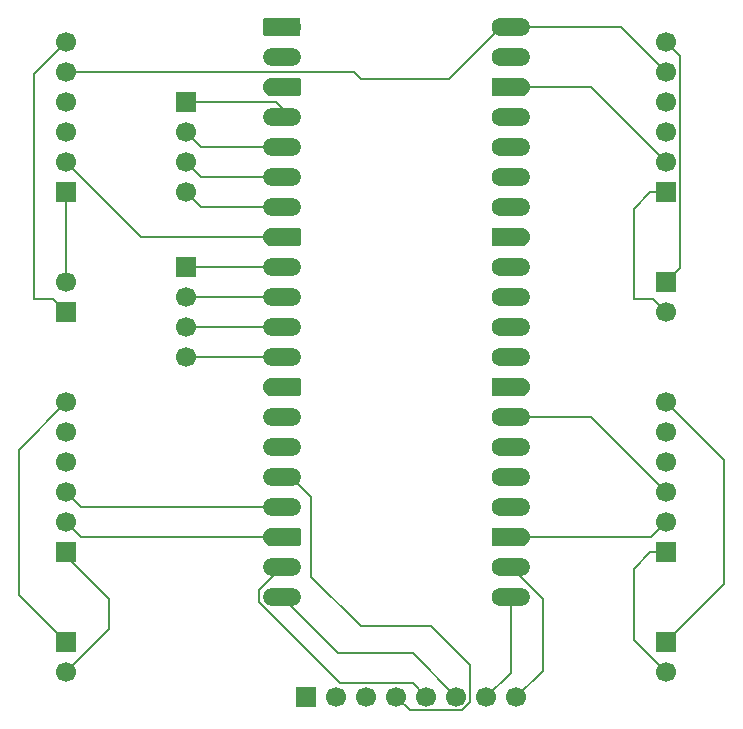
<source format=gbr>
%TF.GenerationSoftware,KiCad,Pcbnew,9.0.2*%
%TF.CreationDate,2025-07-04T23:02:28+10:00*%
%TF.ProjectId,motor-controller-pcb,6d6f746f-722d-4636-9f6e-74726f6c6c65,rev?*%
%TF.SameCoordinates,Original*%
%TF.FileFunction,Copper,L1,Top*%
%TF.FilePolarity,Positive*%
%FSLAX46Y46*%
G04 Gerber Fmt 4.6, Leading zero omitted, Abs format (unit mm)*
G04 Created by KiCad (PCBNEW 9.0.2) date 2025-07-04 23:02:28*
%MOMM*%
%LPD*%
G01*
G04 APERTURE LIST*
G04 Aperture macros list*
%AMRoundRect*
0 Rectangle with rounded corners*
0 $1 Rounding radius*
0 $2 $3 $4 $5 $6 $7 $8 $9 X,Y pos of 4 corners*
0 Add a 4 corners polygon primitive as box body*
4,1,4,$2,$3,$4,$5,$6,$7,$8,$9,$2,$3,0*
0 Add four circle primitives for the rounded corners*
1,1,$1+$1,$2,$3*
1,1,$1+$1,$4,$5*
1,1,$1+$1,$6,$7*
1,1,$1+$1,$8,$9*
0 Add four rect primitives between the rounded corners*
20,1,$1+$1,$2,$3,$4,$5,0*
20,1,$1+$1,$4,$5,$6,$7,0*
20,1,$1+$1,$6,$7,$8,$9,0*
20,1,$1+$1,$8,$9,$2,$3,0*%
%AMFreePoly0*
4,1,37,0.800000,0.796148,0.878414,0.796148,1.032228,0.765552,1.177117,0.705537,1.307515,0.618408,1.418408,0.507515,1.505537,0.377117,1.565552,0.232228,1.596148,0.078414,1.596148,-0.078414,1.565552,-0.232228,1.505537,-0.377117,1.418408,-0.507515,1.307515,-0.618408,1.177117,-0.705537,1.032228,-0.765552,0.878414,-0.796148,0.800000,-0.796148,0.800000,-0.800000,-1.400000,-0.800000,
-1.403843,-0.796157,-1.439018,-0.796157,-1.511114,-0.766294,-1.566294,-0.711114,-1.596157,-0.639018,-1.596157,-0.603843,-1.600000,-0.600000,-1.600000,0.600000,-1.596157,0.603843,-1.596157,0.639018,-1.566294,0.711114,-1.511114,0.766294,-1.439018,0.796157,-1.403843,0.796157,-1.400000,0.800000,0.800000,0.800000,0.800000,0.796148,0.800000,0.796148,$1*%
%AMFreePoly1*
4,1,37,1.403843,0.796157,1.439018,0.796157,1.511114,0.766294,1.566294,0.711114,1.596157,0.639018,1.596157,0.603843,1.600000,0.600000,1.600000,-0.600000,1.596157,-0.603843,1.596157,-0.639018,1.566294,-0.711114,1.511114,-0.766294,1.439018,-0.796157,1.403843,-0.796157,1.400000,-0.800000,-0.800000,-0.800000,-0.800000,-0.796148,-0.878414,-0.796148,-1.032228,-0.765552,-1.177117,-0.705537,
-1.307515,-0.618408,-1.418408,-0.507515,-1.505537,-0.377117,-1.565552,-0.232228,-1.596148,-0.078414,-1.596148,0.078414,-1.565552,0.232228,-1.505537,0.377117,-1.418408,0.507515,-1.307515,0.618408,-1.177117,0.705537,-1.032228,0.765552,-0.878414,0.796148,-0.800000,0.796148,-0.800000,0.800000,1.400000,0.800000,1.403843,0.796157,1.403843,0.796157,$1*%
%AMFreePoly2*
4,1,37,0.603843,0.796157,0.639018,0.796157,0.711114,0.766294,0.766294,0.711114,0.796157,0.639018,0.796157,0.603843,0.800000,0.600000,0.800000,-0.600000,0.796157,-0.603843,0.796157,-0.639018,0.766294,-0.711114,0.711114,-0.766294,0.639018,-0.796157,0.603843,-0.796157,0.600000,-0.800000,0.000000,-0.800000,0.000000,-0.796148,-0.078414,-0.796148,-0.232228,-0.765552,-0.377117,-0.705537,
-0.507515,-0.618408,-0.618408,-0.507515,-0.705537,-0.377117,-0.765552,-0.232228,-0.796148,-0.078414,-0.796148,0.078414,-0.765552,0.232228,-0.705537,0.377117,-0.618408,0.507515,-0.507515,0.618408,-0.377117,0.705537,-0.232228,0.765552,-0.078414,0.796148,0.000000,0.796148,0.000000,0.800000,0.600000,0.800000,0.603843,0.796157,0.603843,0.796157,$1*%
%AMFreePoly3*
4,1,37,0.000000,0.796148,0.078414,0.796148,0.232228,0.765552,0.377117,0.705537,0.507515,0.618408,0.618408,0.507515,0.705537,0.377117,0.765552,0.232228,0.796148,0.078414,0.796148,-0.078414,0.765552,-0.232228,0.705537,-0.377117,0.618408,-0.507515,0.507515,-0.618408,0.377117,-0.705537,0.232228,-0.765552,0.078414,-0.796148,0.000000,-0.796148,0.000000,-0.800000,-0.600000,-0.800000,
-0.603843,-0.796157,-0.639018,-0.796157,-0.711114,-0.766294,-0.766294,-0.711114,-0.796157,-0.639018,-0.796157,-0.603843,-0.800000,-0.600000,-0.800000,0.600000,-0.796157,0.603843,-0.796157,0.639018,-0.766294,0.711114,-0.711114,0.766294,-0.639018,0.796157,-0.603843,0.796157,-0.600000,0.800000,0.000000,0.800000,0.000000,0.796148,0.000000,0.796148,$1*%
G04 Aperture macros list end*
%TA.AperFunction,ComponentPad*%
%ADD10R,1.700000X1.700000*%
%TD*%
%TA.AperFunction,ComponentPad*%
%ADD11C,1.700000*%
%TD*%
%TA.AperFunction,SMDPad,CuDef*%
%ADD12FreePoly0,0.000000*%
%TD*%
%TA.AperFunction,ComponentPad*%
%ADD13RoundRect,0.200000X-0.600000X-0.600000X0.600000X-0.600000X0.600000X0.600000X-0.600000X0.600000X0*%
%TD*%
%TA.AperFunction,SMDPad,CuDef*%
%ADD14RoundRect,0.800000X-0.800000X-0.000010X0.800000X-0.000010X0.800000X0.000010X-0.800000X0.000010X0*%
%TD*%
%TA.AperFunction,ComponentPad*%
%ADD15C,1.600000*%
%TD*%
%TA.AperFunction,SMDPad,CuDef*%
%ADD16FreePoly1,0.000000*%
%TD*%
%TA.AperFunction,ComponentPad*%
%ADD17FreePoly2,0.000000*%
%TD*%
%TA.AperFunction,ComponentPad*%
%ADD18FreePoly3,0.000000*%
%TD*%
%TA.AperFunction,Conductor*%
%ADD19C,0.200000*%
%TD*%
G04 APERTURE END LIST*
D10*
%TO.P,J4,1,Pin_1*%
%TO.N,Net-(J4-Pin_1)*%
X175445000Y-102740000D03*
D11*
%TO.P,J4,2,Pin_2*%
%TO.N,GND*%
X175445000Y-100200000D03*
%TO.P,J4,3,Pin_3*%
%TO.N,/Encoder 4*%
X175445000Y-97660000D03*
%TO.P,J4,4,Pin_4*%
%TO.N,unconnected-(J4-Pin_4-Pad4)*%
X175445000Y-95120000D03*
%TO.P,J4,5,Pin_5*%
%TO.N,+5V*%
X175445000Y-92580000D03*
%TO.P,J4,6,Pin_6*%
%TO.N,Net-(J4-Pin_6)*%
X175445000Y-90040000D03*
%TD*%
D10*
%TO.P,J5,1,Pin_1*%
%TO.N,Net-(A1-GPIO2)*%
X134805000Y-64640000D03*
D11*
%TO.P,J5,2,Pin_2*%
%TO.N,Net-(A1-GPIO3)*%
X134805000Y-67180000D03*
%TO.P,J5,3,Pin_3*%
%TO.N,Net-(A1-GPIO4)*%
X134805000Y-69720000D03*
%TO.P,J5,4,Pin_4*%
%TO.N,Net-(A1-GPIO5)*%
X134805000Y-72260000D03*
%TD*%
D10*
%TO.P,M4,1,Pin_1*%
%TO.N,Net-(J4-Pin_6)*%
X175445000Y-110360000D03*
D11*
%TO.P,M4,2,Pin_2*%
%TO.N,Net-(J4-Pin_1)*%
X175445000Y-112900000D03*
%TD*%
D10*
%TO.P,J7,1,Pin_1*%
%TO.N,/GP0*%
X145000000Y-115000000D03*
D11*
%TO.P,J7,2,Pin_2*%
%TO.N,/GP1*%
X147540000Y-115000000D03*
%TO.P,J7,3,Pin_3*%
%TO.N,/GP10*%
X150080000Y-115000000D03*
%TO.P,J7,4,Pin_4*%
%TO.N,/GP12*%
X152620000Y-115000000D03*
%TO.P,J7,5,Pin_5*%
%TO.N,/GP14*%
X155160000Y-115000000D03*
%TO.P,J7,6,Pin_6*%
%TO.N,/GP15*%
X157700000Y-115000000D03*
%TO.P,J7,7,Pin_7*%
%TO.N,/GP16*%
X160240000Y-115000000D03*
%TO.P,J7,8,Pin_8*%
%TO.N,/GP17*%
X162780000Y-115000000D03*
%TD*%
D10*
%TO.P,M1,1,Pin_1*%
%TO.N,Net-(J1-Pin_6)*%
X124645000Y-82420000D03*
D11*
%TO.P,M1,2,Pin_2*%
%TO.N,Net-(J1-Pin_1)*%
X124645000Y-79880000D03*
%TD*%
D10*
%TO.P,J3,1,Pin_1*%
%TO.N,Net-(J3-Pin_1)*%
X124645000Y-102740000D03*
D11*
%TO.P,J3,2,Pin_2*%
%TO.N,GND*%
X124645000Y-100200000D03*
%TO.P,J3,3,Pin_3*%
%TO.N,/Encoder 3*%
X124645000Y-97660000D03*
%TO.P,J3,4,Pin_4*%
%TO.N,unconnected-(J3-Pin_4-Pad4)*%
X124645000Y-95120000D03*
%TO.P,J3,5,Pin_5*%
%TO.N,+5V*%
X124645000Y-92580000D03*
%TO.P,J3,6,Pin_6*%
%TO.N,Net-(J3-Pin_6)*%
X124645000Y-90040000D03*
%TD*%
D10*
%TO.P,J2,1,Pin_1*%
%TO.N,Net-(J2-Pin_1)*%
X175445000Y-72260000D03*
D11*
%TO.P,J2,2,Pin_2*%
%TO.N,GND*%
X175445000Y-69720000D03*
%TO.P,J2,3,Pin_3*%
%TO.N,/Encoder 2*%
X175445000Y-67180000D03*
%TO.P,J2,4,Pin_4*%
%TO.N,unconnected-(J2-Pin_4-Pad4)*%
X175445000Y-64640000D03*
%TO.P,J2,5,Pin_5*%
%TO.N,+5V*%
X175445000Y-62100000D03*
%TO.P,J2,6,Pin_6*%
%TO.N,Net-(J2-Pin_6)*%
X175445000Y-59560000D03*
%TD*%
D10*
%TO.P,M3,1,Pin_1*%
%TO.N,Net-(J3-Pin_6)*%
X124645000Y-110360000D03*
D11*
%TO.P,M3,2,Pin_2*%
%TO.N,Net-(J3-Pin_1)*%
X124645000Y-112900000D03*
%TD*%
D12*
%TO.P,A1,1,GPIO0*%
%TO.N,/GP0*%
X142895000Y-58290000D03*
D13*
X143695000Y-58290000D03*
D14*
%TO.P,A1,2,GPIO1*%
%TO.N,/GP1*%
X142895000Y-60830000D03*
D15*
X143695000Y-60830000D03*
D16*
%TO.P,A1,3,GND*%
%TO.N,GND*%
X142895000Y-63370000D03*
D17*
X143695000Y-63370000D03*
D14*
%TO.P,A1,4,GPIO2*%
%TO.N,Net-(A1-GPIO2)*%
X142895000Y-65910000D03*
D15*
X143695000Y-65910000D03*
D14*
%TO.P,A1,5,GPIO3*%
%TO.N,Net-(A1-GPIO3)*%
X142895000Y-68450000D03*
D15*
X143695000Y-68450000D03*
D14*
%TO.P,A1,6,GPIO4*%
%TO.N,Net-(A1-GPIO4)*%
X142895000Y-70990000D03*
D15*
X143695000Y-70990000D03*
D14*
%TO.P,A1,7,GPIO5*%
%TO.N,Net-(A1-GPIO5)*%
X142895000Y-73530000D03*
D15*
X143695000Y-73530000D03*
D16*
%TO.P,A1,8,GND*%
%TO.N,GND*%
X142895000Y-76070000D03*
D17*
X143695000Y-76070000D03*
D14*
%TO.P,A1,9,GPIO6*%
%TO.N,Net-(A1-GPIO6)*%
X142895000Y-78610000D03*
D15*
X143695000Y-78610000D03*
D14*
%TO.P,A1,10,GPIO7*%
%TO.N,Net-(A1-GPIO7)*%
X142895000Y-81150000D03*
D15*
X143695000Y-81150000D03*
D14*
%TO.P,A1,11,GPIO8*%
%TO.N,Net-(A1-GPIO8)*%
X142895000Y-83690000D03*
D15*
X143695000Y-83690000D03*
D14*
%TO.P,A1,12,GPIO9*%
%TO.N,Net-(A1-GPIO9)*%
X142895000Y-86230000D03*
D15*
X143695000Y-86230000D03*
D16*
%TO.P,A1,13,GND*%
%TO.N,GND*%
X142895000Y-88770000D03*
D17*
X143695000Y-88770000D03*
D14*
%TO.P,A1,14,GPIO10*%
%TO.N,/GP10*%
X142895000Y-91310000D03*
D15*
X143695000Y-91310000D03*
D14*
%TO.P,A1,15,GPIO11*%
%TO.N,/Encoder 1*%
X142895000Y-93850000D03*
D15*
X143695000Y-93850000D03*
D14*
%TO.P,A1,16,GPIO12*%
%TO.N,/GP12*%
X142895000Y-96390000D03*
D15*
X143695000Y-96390000D03*
D14*
%TO.P,A1,17,GPIO13*%
%TO.N,/Encoder 3*%
X142895000Y-98930000D03*
D15*
X143695000Y-98930000D03*
D16*
%TO.P,A1,18,GND*%
%TO.N,GND*%
X142895000Y-101470000D03*
D17*
X143695000Y-101470000D03*
D14*
%TO.P,A1,19,GPIO14*%
%TO.N,/GP14*%
X142895000Y-104010000D03*
D15*
X143695000Y-104010000D03*
D14*
%TO.P,A1,20,GPIO15*%
%TO.N,/GP15*%
X142895000Y-106550000D03*
D15*
X143695000Y-106550000D03*
%TO.P,A1,21,GPIO16*%
%TO.N,/GP16*%
X161475000Y-106550000D03*
D14*
X162275000Y-106550000D03*
D15*
%TO.P,A1,22,GPIO17*%
%TO.N,/GP17*%
X161475000Y-104010000D03*
D14*
X162275000Y-104010000D03*
D18*
%TO.P,A1,23,GND*%
%TO.N,GND*%
X161475000Y-101470000D03*
D12*
X162275000Y-101470000D03*
D15*
%TO.P,A1,24,GPIO18*%
%TO.N,unconnected-(A1-GPIO18-Pad24)*%
X161475000Y-98930000D03*
D14*
%TO.N,unconnected-(A1-GPIO18-Pad24)_1*%
X162275000Y-98930000D03*
D15*
%TO.P,A1,25,GPIO19*%
%TO.N,/Encoder 2*%
X161475000Y-96390000D03*
D14*
X162275000Y-96390000D03*
D15*
%TO.P,A1,26,GPIO20*%
%TO.N,unconnected-(A1-GPIO20-Pad26)_1*%
X161475000Y-93850000D03*
D14*
%TO.N,unconnected-(A1-GPIO20-Pad26)*%
X162275000Y-93850000D03*
D15*
%TO.P,A1,27,GPIO21*%
%TO.N,/Encoder 4*%
X161475000Y-91310000D03*
D14*
X162275000Y-91310000D03*
D18*
%TO.P,A1,28,GND*%
%TO.N,GND*%
X161475000Y-88770000D03*
D12*
X162275000Y-88770000D03*
D15*
%TO.P,A1,29,GPIO22*%
%TO.N,unconnected-(A1-GPIO22-Pad29)_1*%
X161475000Y-86230000D03*
D14*
%TO.N,unconnected-(A1-GPIO22-Pad29)*%
X162275000Y-86230000D03*
D15*
%TO.P,A1,30,RUN*%
%TO.N,unconnected-(A1-RUN-Pad30)*%
X161475000Y-83690000D03*
D14*
%TO.N,unconnected-(A1-RUN-Pad30)_1*%
X162275000Y-83690000D03*
D15*
%TO.P,A1,31,GPIO26_ADC0*%
%TO.N,unconnected-(A1-GPIO26_ADC0-Pad31)_1*%
X161475000Y-81150000D03*
D14*
%TO.N,unconnected-(A1-GPIO26_ADC0-Pad31)*%
X162275000Y-81150000D03*
D15*
%TO.P,A1,32,GPIO27_ADC1*%
%TO.N,unconnected-(A1-GPIO27_ADC1-Pad32)*%
X161475000Y-78610000D03*
D14*
%TO.N,unconnected-(A1-GPIO27_ADC1-Pad32)_1*%
X162275000Y-78610000D03*
D18*
%TO.P,A1,33,AGND*%
%TO.N,unconnected-(A1-AGND-Pad33)*%
X161475000Y-76070000D03*
D12*
%TO.N,unconnected-(A1-AGND-Pad33)_1*%
X162275000Y-76070000D03*
D15*
%TO.P,A1,34,GPIO28_ADC2*%
%TO.N,unconnected-(A1-GPIO28_ADC2-Pad34)_1*%
X161475000Y-73530000D03*
D14*
%TO.N,unconnected-(A1-GPIO28_ADC2-Pad34)*%
X162275000Y-73530000D03*
D15*
%TO.P,A1,35,ADC_VREF*%
%TO.N,unconnected-(A1-ADC_VREF-Pad35)*%
X161475000Y-70990000D03*
D14*
%TO.N,unconnected-(A1-ADC_VREF-Pad35)_1*%
X162275000Y-70990000D03*
D15*
%TO.P,A1,36,3V3*%
%TO.N,unconnected-(A1-3V3-Pad36)*%
X161475000Y-68450000D03*
D14*
%TO.N,unconnected-(A1-3V3-Pad36)_1*%
X162275000Y-68450000D03*
D15*
%TO.P,A1,37,3V3_EN*%
%TO.N,unconnected-(A1-3V3_EN-Pad37)*%
X161475000Y-65910000D03*
D14*
%TO.N,unconnected-(A1-3V3_EN-Pad37)_1*%
X162275000Y-65910000D03*
D18*
%TO.P,A1,38,GND*%
%TO.N,GND*%
X161475000Y-63370000D03*
D12*
X162275000Y-63370000D03*
D15*
%TO.P,A1,39,VSYS*%
%TO.N,unconnected-(A1-VSYS-Pad39)*%
X161475000Y-60830000D03*
D14*
%TO.N,unconnected-(A1-VSYS-Pad39)_1*%
X162275000Y-60830000D03*
D15*
%TO.P,A1,40,VBUS*%
%TO.N,+5V*%
X161475000Y-58290000D03*
D14*
X162275000Y-58290000D03*
%TD*%
D10*
%TO.P,M2,1,Pin_1*%
%TO.N,Net-(J2-Pin_6)*%
X175445000Y-79880000D03*
D11*
%TO.P,M2,2,Pin_2*%
%TO.N,Net-(J2-Pin_1)*%
X175445000Y-82420000D03*
%TD*%
D10*
%TO.P,J1,1,Pin_1*%
%TO.N,Net-(J1-Pin_1)*%
X124645000Y-72260000D03*
D11*
%TO.P,J1,2,Pin_2*%
%TO.N,GND*%
X124645000Y-69720000D03*
%TO.P,J1,3,Pin_3*%
%TO.N,/Encoder 1*%
X124645000Y-67180000D03*
%TO.P,J1,4,Pin_4*%
%TO.N,unconnected-(J1-Pin_4-Pad4)*%
X124645000Y-64640000D03*
%TO.P,J1,5,Pin_5*%
%TO.N,+5V*%
X124645000Y-62100000D03*
%TO.P,J1,6,Pin_6*%
%TO.N,Net-(J1-Pin_6)*%
X124645000Y-59560000D03*
%TD*%
D10*
%TO.P,J6,1,Pin_1*%
%TO.N,Net-(A1-GPIO6)*%
X134805000Y-78610000D03*
D11*
%TO.P,J6,2,Pin_2*%
%TO.N,Net-(A1-GPIO7)*%
X134805000Y-81150000D03*
%TO.P,J6,3,Pin_3*%
%TO.N,Net-(A1-GPIO8)*%
X134805000Y-83690000D03*
%TO.P,J6,4,Pin_4*%
%TO.N,Net-(A1-GPIO9)*%
X134805000Y-86230000D03*
%TD*%
D19*
%TO.N,Net-(A1-GPIO8)*%
X134805000Y-83690000D02*
X142895000Y-83690000D01*
%TO.N,GND*%
X130995000Y-76070000D02*
X143695000Y-76070000D01*
X169095000Y-63370000D02*
X175445000Y-69720000D01*
X125915000Y-101470000D02*
X142895000Y-101470000D01*
X124645000Y-100200000D02*
X125915000Y-101470000D01*
X162275000Y-63370000D02*
X169095000Y-63370000D01*
X175445000Y-100200000D02*
X174175000Y-101470000D01*
X124645000Y-69720000D02*
X130995000Y-76070000D01*
X174175000Y-101470000D02*
X162275000Y-101470000D01*
%TO.N,Net-(A1-GPIO2)*%
X134805000Y-64640000D02*
X142425000Y-64640000D01*
X142425000Y-64640000D02*
X143695000Y-65910000D01*
%TO.N,/GP15*%
X157700000Y-115000000D02*
X154009000Y-111309000D01*
X147654000Y-111309000D02*
X142895000Y-106550000D01*
X154009000Y-111309000D02*
X147654000Y-111309000D01*
%TO.N,/GP14*%
X140994000Y-107006050D02*
X140994000Y-105911000D01*
X154009000Y-113849000D02*
X147836950Y-113849000D01*
X140994000Y-105911000D02*
X142895000Y-104010000D01*
X155160000Y-115000000D02*
X154009000Y-113849000D01*
X147836950Y-113849000D02*
X140994000Y-107006050D01*
%TO.N,+5V*%
X124645000Y-62100000D02*
X149005463Y-62100000D01*
X171635000Y-58290000D02*
X175445000Y-62100000D01*
X149005463Y-62100000D02*
X149631463Y-62726000D01*
X149631463Y-62726000D02*
X157039000Y-62726000D01*
X161475000Y-58290000D02*
X171635000Y-58290000D01*
X157039000Y-62726000D02*
X161475000Y-58290000D01*
%TO.N,Net-(A1-GPIO5)*%
X136075000Y-73530000D02*
X142895000Y-73530000D01*
X134805000Y-72260000D02*
X136075000Y-73530000D01*
%TO.N,Net-(A1-GPIO4)*%
X134805000Y-69720000D02*
X136075000Y-70990000D01*
X136075000Y-70990000D02*
X142895000Y-70990000D01*
%TO.N,/GP16*%
X160240000Y-115000000D02*
X162275000Y-112965000D01*
X162275000Y-112965000D02*
X162275000Y-106550000D01*
%TO.N,Net-(A1-GPIO3)*%
X134805000Y-67180000D02*
X136075000Y-68450000D01*
X136075000Y-68450000D02*
X142895000Y-68450000D01*
%TO.N,Net-(A1-GPIO9)*%
X134805000Y-86230000D02*
X143695000Y-86230000D01*
%TO.N,/Encoder 3*%
X125915000Y-98930000D02*
X143695000Y-98930000D01*
X124645000Y-97660000D02*
X125915000Y-98930000D01*
%TO.N,/GP17*%
X165000000Y-106735000D02*
X162275000Y-104010000D01*
X165000000Y-112780000D02*
X165000000Y-106735000D01*
X162780000Y-115000000D02*
X165000000Y-112780000D01*
%TO.N,/GP12*%
X145384000Y-98079000D02*
X143695000Y-96390000D01*
X158851000Y-115476760D02*
X158851000Y-112294319D01*
X153771000Y-116151000D02*
X158176760Y-116151000D01*
X155577681Y-109021000D02*
X149592354Y-109021000D01*
X158851000Y-112294319D02*
X155577681Y-109021000D01*
X158176760Y-116151000D02*
X158851000Y-115476760D01*
X152620000Y-115000000D02*
X153771000Y-116151000D01*
X149592354Y-109021000D02*
X145384000Y-104812646D01*
X145384000Y-104812646D02*
X145384000Y-98079000D01*
%TO.N,Net-(A1-GPIO7)*%
X134805000Y-81150000D02*
X142895000Y-81150000D01*
%TO.N,/Encoder 4*%
X169095000Y-91310000D02*
X162275000Y-91310000D01*
X175445000Y-97660000D02*
X169095000Y-91310000D01*
%TO.N,Net-(A1-GPIO6)*%
X134805000Y-78610000D02*
X143695000Y-78610000D01*
%TO.N,Net-(J1-Pin_6)*%
X121920000Y-62285000D02*
X121920000Y-81280000D01*
X124645000Y-59560000D02*
X121920000Y-62285000D01*
X123505000Y-81280000D02*
X124645000Y-82420000D01*
X121920000Y-81280000D02*
X123505000Y-81280000D01*
%TO.N,Net-(J1-Pin_1)*%
X124645000Y-72260000D02*
X124645000Y-79880000D01*
%TO.N,Net-(J2-Pin_6)*%
X175445000Y-59560000D02*
X176596000Y-60711000D01*
X176596000Y-60711000D02*
X176596000Y-78729000D01*
X176596000Y-78729000D02*
X175445000Y-79880000D01*
%TO.N,Net-(J2-Pin_1)*%
X174305000Y-81280000D02*
X175445000Y-82420000D01*
X174120000Y-72260000D02*
X172720000Y-73660000D01*
X172720000Y-73660000D02*
X172720000Y-81280000D01*
X172720000Y-81280000D02*
X174305000Y-81280000D01*
X175445000Y-72260000D02*
X174120000Y-72260000D01*
%TO.N,Net-(J3-Pin_1)*%
X124645000Y-112900000D02*
X128270000Y-109275000D01*
X128270000Y-106680000D02*
X124645000Y-103055000D01*
X128270000Y-109275000D02*
X128270000Y-106680000D01*
X124645000Y-103055000D02*
X124645000Y-102740000D01*
%TO.N,Net-(J3-Pin_6)*%
X120650000Y-106365000D02*
X120650000Y-93980000D01*
X120650000Y-93980000D02*
X120705000Y-93980000D01*
X120705000Y-93980000D02*
X124645000Y-90040000D01*
X124645000Y-110360000D02*
X120650000Y-106365000D01*
%TO.N,Net-(J4-Pin_6)*%
X180340000Y-105465000D02*
X180340000Y-94935000D01*
X180340000Y-94935000D02*
X175445000Y-90040000D01*
X175445000Y-110360000D02*
X180340000Y-105465000D01*
%TO.N,Net-(J4-Pin_1)*%
X174120000Y-102740000D02*
X175445000Y-102740000D01*
X172720000Y-104140000D02*
X174120000Y-102740000D01*
X172720000Y-110175000D02*
X172720000Y-104140000D01*
X175445000Y-112900000D02*
X172720000Y-110175000D01*
%TD*%
M02*

</source>
